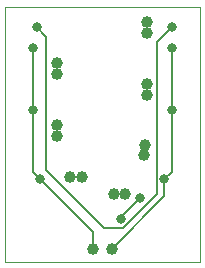
<source format=gbl>
G75*
%MOIN*%
%OFA0B0*%
%FSLAX24Y24*%
%IPPOS*%
%LPD*%
%AMOC8*
5,1,8,0,0,1.08239X$1,22.5*
%
%ADD10C,0.0000*%
%ADD11C,0.0397*%
%ADD12C,0.0317*%
%ADD13C,0.0060*%
D10*
X002392Y002517D02*
X002392Y011017D01*
X008892Y011017D01*
X008892Y002517D01*
X002392Y002517D01*
D11*
X004579Y005329D03*
X004954Y005329D03*
X006017Y004767D03*
X006392Y004767D03*
X007017Y006079D03*
X007079Y006392D03*
X007142Y008079D03*
X007142Y008454D03*
X007142Y010142D03*
X007142Y010517D03*
X004142Y009142D03*
X004142Y008767D03*
X004142Y007079D03*
X004142Y006704D03*
X005329Y002954D03*
X005954Y002954D03*
D12*
X006267Y003954D03*
X006892Y004642D03*
X007704Y005267D03*
X007954Y007579D03*
X007954Y009642D03*
X007954Y010329D03*
X003454Y010329D03*
X003329Y009642D03*
X003329Y007579D03*
X003579Y005267D03*
D13*
X003329Y005517D01*
X003329Y007579D01*
X003329Y009642D01*
X003767Y010017D02*
X003767Y005579D01*
X005704Y003642D01*
X006329Y003642D01*
X007454Y004767D01*
X007454Y009829D01*
X007954Y010329D01*
X007954Y009642D02*
X007954Y007579D01*
X007954Y005517D01*
X007704Y005267D01*
X007704Y004704D01*
X005954Y002954D01*
X005329Y002954D02*
X005329Y003517D01*
X003579Y005267D01*
X006267Y004017D02*
X006892Y004642D01*
X006267Y004017D02*
X006267Y003954D01*
X003767Y010017D02*
X003454Y010329D01*
M02*

</source>
